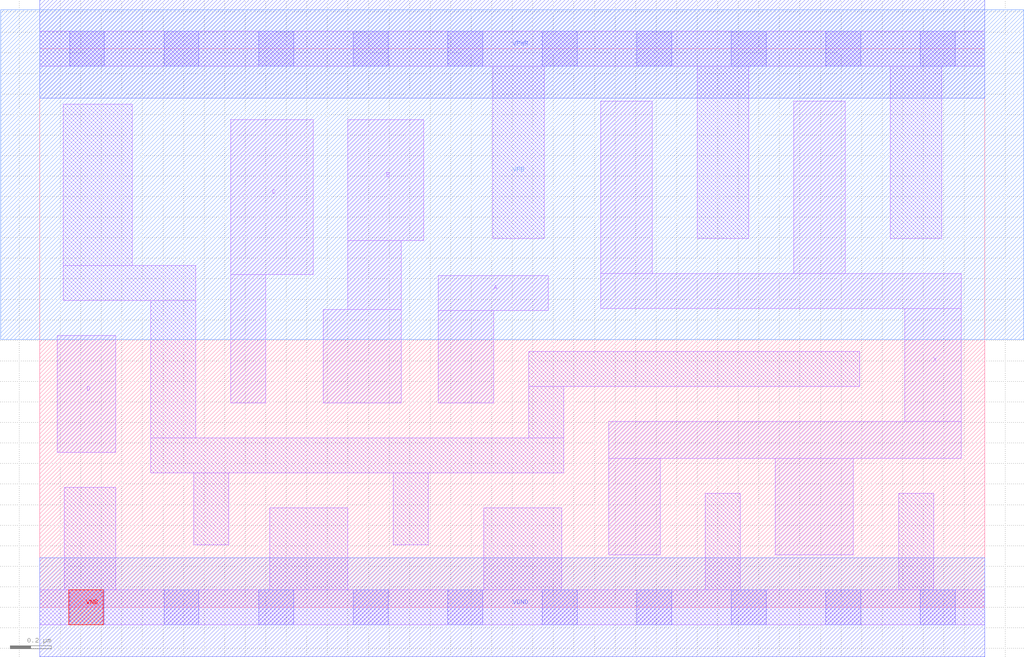
<source format=lef>
# Copyright 2020 The SkyWater PDK Authors
#
# Licensed under the Apache License, Version 2.0 (the "License");
# you may not use this file except in compliance with the License.
# You may obtain a copy of the License at
#
#     https://www.apache.org/licenses/LICENSE-2.0
#
# Unless required by applicable law or agreed to in writing, software
# distributed under the License is distributed on an "AS IS" BASIS,
# WITHOUT WARRANTIES OR CONDITIONS OF ANY KIND, either express or implied.
# See the License for the specific language governing permissions and
# limitations under the License.
#
# SPDX-License-Identifier: Apache-2.0

VERSION 5.7 ;
  NOWIREEXTENSIONATPIN ON ;
  DIVIDERCHAR "/" ;
  BUSBITCHARS "[]" ;
PROPERTYDEFINITIONS
  MACRO maskLayoutSubType STRING ;
  MACRO prCellType STRING ;
  MACRO originalViewName STRING ;
END PROPERTYDEFINITIONS
MACRO sky130_fd_sc_hdll__or4_4
  CLASS CORE ;
  FOREIGN sky130_fd_sc_hdll__or4_4 ;
  ORIGIN  0.000000  0.000000 ;
  SIZE  4.600000 BY  2.720000 ;
  SYMMETRY X Y R90 ;
  SITE unithd ;
  PIN A
    ANTENNAGATEAREA  0.277500 ;
    DIRECTION INPUT ;
    USE SIGNAL ;
    PORT
      LAYER li1 ;
        RECT 1.940000 0.995000 2.210000 1.445000 ;
        RECT 1.940000 1.445000 2.475000 1.615000 ;
    END
  END A
  PIN B
    ANTENNAGATEAREA  0.277500 ;
    DIRECTION INPUT ;
    USE SIGNAL ;
    PORT
      LAYER li1 ;
        RECT 1.380000 0.995000 1.760000 1.450000 ;
        RECT 1.500000 1.450000 1.760000 1.785000 ;
        RECT 1.500000 1.785000 1.870000 2.375000 ;
    END
  END B
  PIN C
    ANTENNAGATEAREA  0.277500 ;
    DIRECTION INPUT ;
    USE SIGNAL ;
    PORT
      LAYER li1 ;
        RECT 0.930000 0.995000 1.100000 1.620000 ;
        RECT 0.930000 1.620000 1.330000 2.375000 ;
    END
  END C
  PIN D
    ANTENNAGATEAREA  0.277500 ;
    DIRECTION INPUT ;
    USE SIGNAL ;
    PORT
      LAYER li1 ;
        RECT 0.085000 0.755000 0.370000 1.325000 ;
    END
  END D
  PIN VNB
    PORT
      LAYER pwell ;
        RECT 0.140000 -0.085000 0.310000 0.085000 ;
    END
  END VNB
  PIN VPB
    PORT
      LAYER nwell ;
        RECT -0.190000 1.305000 4.790000 2.910000 ;
    END
  END VPB
  PIN X
    ANTENNADIFFAREA  1.028500 ;
    DIRECTION OUTPUT ;
    USE SIGNAL ;
    PORT
      LAYER li1 ;
        RECT 2.730000 1.455000 4.485000 1.625000 ;
        RECT 2.730000 1.625000 2.980000 2.465000 ;
        RECT 2.770000 0.255000 3.020000 0.725000 ;
        RECT 2.770000 0.725000 4.485000 0.905000 ;
        RECT 3.580000 0.255000 3.960000 0.725000 ;
        RECT 3.670000 1.625000 3.920000 2.465000 ;
        RECT 4.210000 0.905000 4.485000 1.455000 ;
    END
  END X
  PIN VGND
    DIRECTION INOUT ;
    USE GROUND ;
    PORT
      LAYER met1 ;
        RECT 0.000000 -0.240000 4.600000 0.240000 ;
    END
  END VGND
  PIN VPWR
    DIRECTION INOUT ;
    USE POWER ;
    PORT
      LAYER met1 ;
        RECT 0.000000 2.480000 4.600000 2.960000 ;
    END
  END VPWR
  OBS
    LAYER li1 ;
      RECT 0.000000 -0.085000 4.600000 0.085000 ;
      RECT 0.000000  2.635000 4.600000 2.805000 ;
      RECT 0.115000  1.495000 0.760000 1.665000 ;
      RECT 0.115000  1.665000 0.450000 2.450000 ;
      RECT 0.120000  0.085000 0.370000 0.585000 ;
      RECT 0.540000  0.655000 2.550000 0.825000 ;
      RECT 0.540000  0.825000 0.760000 1.495000 ;
      RECT 0.750000  0.305000 0.920000 0.655000 ;
      RECT 1.120000  0.085000 1.500000 0.485000 ;
      RECT 1.720000  0.305000 1.890000 0.655000 ;
      RECT 2.160000  0.085000 2.540000 0.485000 ;
      RECT 2.205000  1.795000 2.455000 2.635000 ;
      RECT 2.380000  0.825000 2.550000 1.075000 ;
      RECT 2.380000  1.075000 3.990000 1.245000 ;
      RECT 3.200000  1.795000 3.450000 2.635000 ;
      RECT 3.240000  0.085000 3.410000 0.555000 ;
      RECT 4.140000  1.795000 4.390000 2.635000 ;
      RECT 4.180000  0.085000 4.350000 0.555000 ;
    LAYER mcon ;
      RECT 0.145000 -0.085000 0.315000 0.085000 ;
      RECT 0.145000  2.635000 0.315000 2.805000 ;
      RECT 0.605000 -0.085000 0.775000 0.085000 ;
      RECT 0.605000  2.635000 0.775000 2.805000 ;
      RECT 1.065000 -0.085000 1.235000 0.085000 ;
      RECT 1.065000  2.635000 1.235000 2.805000 ;
      RECT 1.525000 -0.085000 1.695000 0.085000 ;
      RECT 1.525000  2.635000 1.695000 2.805000 ;
      RECT 1.985000 -0.085000 2.155000 0.085000 ;
      RECT 1.985000  2.635000 2.155000 2.805000 ;
      RECT 2.445000 -0.085000 2.615000 0.085000 ;
      RECT 2.445000  2.635000 2.615000 2.805000 ;
      RECT 2.905000 -0.085000 3.075000 0.085000 ;
      RECT 2.905000  2.635000 3.075000 2.805000 ;
      RECT 3.365000 -0.085000 3.535000 0.085000 ;
      RECT 3.365000  2.635000 3.535000 2.805000 ;
      RECT 3.825000 -0.085000 3.995000 0.085000 ;
      RECT 3.825000  2.635000 3.995000 2.805000 ;
      RECT 4.285000 -0.085000 4.455000 0.085000 ;
      RECT 4.285000  2.635000 4.455000 2.805000 ;
  END
  PROPERTY maskLayoutSubType "abstract" ;
  PROPERTY prCellType "standard" ;
  PROPERTY originalViewName "layout" ;
END sky130_fd_sc_hdll__or4_4
END LIBRARY

</source>
